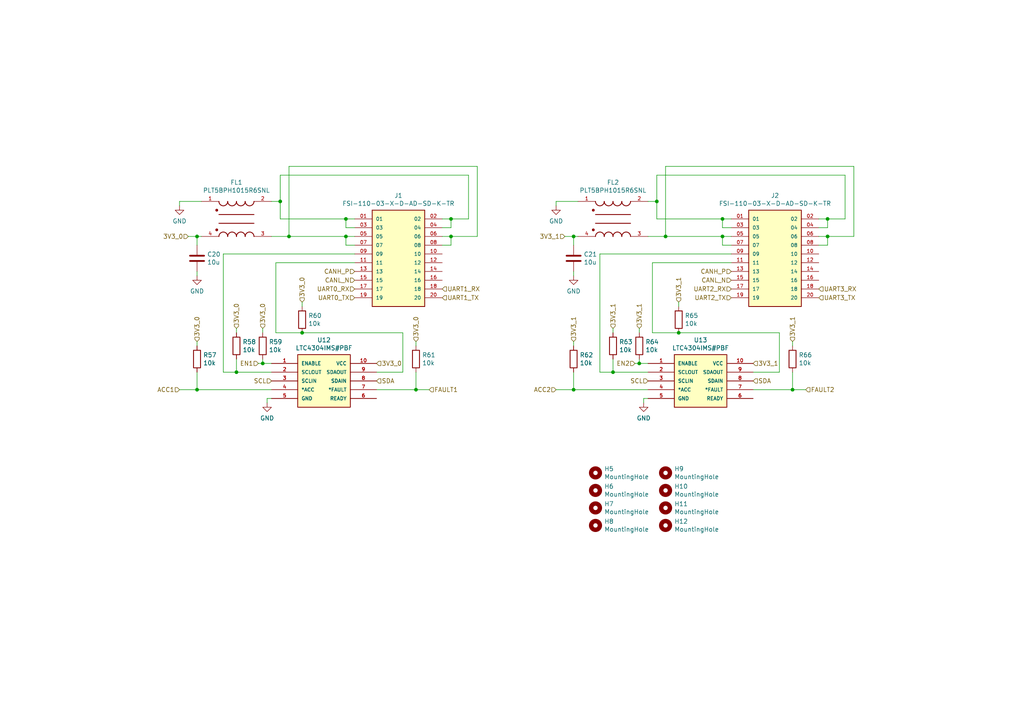
<source format=kicad_sch>
(kicad_sch (version 20211123) (generator eeschema)
  (paper "A4")
  (title_block (title "GOMSpace Module Mount") (date "2022-08-10") (rev "2.0"))
  (lib_symbols
    (symbol "Device:C" (pin_numbers hide) (pin_names (offset 0.254))
      (property "Reference" "C" (at 0.635 2.54 0))
      (property "Value" "C" (at 0.635 -2.54 0))
      (symbol "C_0_1"
        (polyline (pts (xy -2.032 -0.762) (xy 2.032 -0.762)) (stroke (width 0.508)))
        (polyline (pts (xy -2.032 0.762) (xy 2.032 0.762)) (stroke (width 0.508)))
      )
      (symbol "C_1_1"
        (pin passive line (at 0 3.81 270) (length 2.794) (name "~") (number "1"))
        (pin passive line (at 0 -3.81 90) (length 2.794) (name "~") (number "2"))
      )
    )
    (symbol "Device:R" (pin_numbers hide) (pin_names (offset 0))
      (property "Reference" "R" (at 2.032 0 90))
      (property "Value" "R" (at 0 0 90))
      (symbol "R_0_1"
        (rectangle (start -1.016 -2.54) (end 1.016 2.54) (stroke (width 0.254)))
      )
      (symbol "R_1_1"
        (pin passive line (at 0 3.81 270) (length 1.27) (name "~") (number "1"))
        (pin passive line (at 0 -3.81 90) (length 1.27) (name "~") (number "2"))
      )
    )
    (symbol "Mechanical:MountingHole" (pin_names (offset 1.016))
      (property "Reference" "H" (at 0 5.08 0))
      (property "Value" "MountingHole" (at 0 3.175 0))
      (symbol "MountingHole_0_1"
        (circle (center 0 0) (radius 1.27) (stroke (width 1.27)))
      )
    )
    (symbol "cubesat_obc_lib:FSI-110-03-X-D-AD-SD-K-TR" (pin_names (offset 1.016))
      (property "Reference" "J" (at -7.62 16.51 0))
      (property "Value" "FSI-110-03-X-D-AD-SD-K-TR" (at -7.62 -15.24 0))
      (symbol "FSI-110-03-X-D-AD-SD-K-TR_0_0"
        (pin passive line (at -12.7 12.7 0) (length 5.08) (name "01") (number "01"))
        (pin passive line (at 12.7 12.7 180) (length 5.08) (name "02") (number "02"))
        (pin passive line (at -12.7 10.16 0) (length 5.08) (name "03") (number "03"))
        (pin passive line (at 12.7 10.16 180) (length 5.08) (name "04") (number "04"))
        (pin passive line (at -12.7 7.62 0) (length 5.08) (name "05") (number "05"))
        (pin passive line (at 12.7 7.62 180) (length 5.08) (name "06") (number "06"))
        (pin passive line (at -12.7 5.08 0) (length 5.08) (name "07") (number "07"))
        (pin passive line (at 12.7 5.08 180) (length 5.08) (name "08") (number "08"))
        (pin passive line (at -12.7 2.54 0) (length 5.08) (name "09") (number "09"))
        (pin passive line (at 12.7 2.54 180) (length 5.08) (name "10") (number "10"))
        (pin passive line (at -12.7 0 0) (length 5.08) (name "11") (number "11"))
        (pin passive line (at 12.7 0 180) (length 5.08) (name "12") (number "12"))
        (pin passive line (at -12.7 -2.54 0) (length 5.08) (name "13") (number "13"))
        (pin passive line (at 12.7 -2.54 180) (length 5.08) (name "14") (number "14"))
        (pin passive line (at -12.7 -5.08 0) (length 5.08) (name "15") (number "15"))
        (pin passive line (at 12.7 -5.08 180) (length 5.08) (name "16") (number "16"))
        (pin passive line (at -12.7 -7.62 0) (length 5.08) (name "17") (number "17"))
        (pin passive line (at 12.7 -7.62 180) (length 5.08) (name "18") (number "18"))
        (pin passive line (at -12.7 -10.16 0) (length 5.08) (name "19") (number "19"))
        (pin passive line (at 12.7 -10.16 180) (length 5.08) (name "20") (number "20"))
      )
      (symbol "FSI-110-03-X-D-AD-SD-K-TR_1_1"
        (rectangle (start -7.62 15.24) (end 7.62 -12.7) (stroke (width 0.254)) (fill (type background)))
      )
    )
    (symbol "cubesat_obc_lib:LTC4304CMSTRPBF" (pin_names (offset 1.016))
      (property "Reference" "U" (at 30.861 9.1186 0))
      (property "Value" "LTC4304CMSTRPBF" (at 30.2006 6.5786 0))
      (symbol "LTC4304CMSTRPBF_0_0"
        (pin passive line (at 24.13 1.27 0) (length 7.62) (name "ENABLE") (number "1"))
        (pin power_in line (at 54.61 1.27 180) (length 7.62) (name "VCC") (number "10"))
        (pin output line (at 24.13 -1.27 0) (length 7.62) (name "SCLOUT") (number "2"))
        (pin input line (at 24.13 -3.81 0) (length 7.62) (name "SCLIN") (number "3"))
        (pin passive line (at 24.13 -6.35 0) (length 7.62) (name "*ACC") (number "4"))
        (pin power_in line (at 24.13 -8.89 0) (length 7.62) (name "GND") (number "5"))
        (pin passive line (at 54.61 -8.89 180) (length 7.62) (name "READY") (number "6"))
        (pin passive line (at 54.61 -6.35 180) (length 7.62) (name "*FAULT") (number "7"))
        (pin input line (at 54.61 -3.81 180) (length 7.62) (name "SDAIN") (number "8"))
        (pin output line (at 54.61 -1.27 180) (length 7.62) (name "SDAOUT") (number "9"))
      )
      (symbol "LTC4304CMSTRPBF_1_1"
        (rectangle (start 31.75 3.81) (end 46.99 -11.43) (stroke (width 0.254)) (fill (type background)))
      )
    )
    (symbol "cubesat_obc_lib:PLT5BPH1015R6SNL" (pin_names (offset 1.016) hide)
      (property "Reference" "FL" (at -5.08 6.35 0))
      (property "Value" "PLT5BPH1015R6SNL" (at -5.08 -6.35 0))
      (symbol "PLT5BPH1015R6SNL_0_0"
        (circle (center -5.715 -3.175) (radius 0.2032) (stroke (width 0.4064)))
        (circle (center -5.715 2.54) (radius 0.2032) (stroke (width 0.4064)))
        (arc (start -5.08 5.08) (mid -3.81 3.81) (end -2.54 5.08) (stroke (width 0.254)))
        (arc (start -2.54 -5.08) (mid -3.81 -3.81) (end -5.08 -5.08) (stroke (width 0.254)))
        (arc (start -2.54 5.08) (mid -1.27 3.81) (end 0 5.08) (stroke (width 0.254)))
        (arc (start 0 -5.08) (mid -1.27 -3.81) (end -2.54 -5.08) (stroke (width 0.254)))
        (polyline (pts (xy -5.08 -1.27) (xy 5.08 -1.27)) (stroke (width 0.254)))
        (polyline (pts (xy 5.08 1.27) (xy -5.08 1.27)) (stroke (width 0.254)))
        (arc (start 0 5.08) (mid 1.27 3.81) (end 2.54 5.08) (stroke (width 0.254)))
        (arc (start 2.54 -5.08) (mid 1.27 -3.81) (end 0 -5.08) (stroke (width 0.254)))
        (arc (start 2.54 5.08) (mid 3.81 3.81) (end 5.08 5.08) (stroke (width 0.254)))
        (arc (start 5.08 -5.08) (mid 3.81 -3.81) (end 2.54 -5.08) (stroke (width 0.254)))
        (pin passive line (at -10.16 5.08 0) (length 5.08) (name "~") (number "1"))
        (pin passive line (at 10.16 5.08 180) (length 5.08) (name "~") (number "2"))
        (pin passive line (at 10.16 -5.08 180) (length 5.08) (name "~") (number "3"))
        (pin passive line (at -10.16 -5.08 0) (length 5.08) (name "~") (number "4"))
      )
    )
    (symbol "power:GND" (power) (pin_names (offset 0))
      (property "Value" "GND" (at 0 -3.81 0))
      (symbol "GND_0_1"
        (polyline (pts (xy 0 0) (xy 0 -1.27) (xy 1.27 -1.27) (xy 0 -2.54) (xy -1.27 -1.27) (xy 0 -1.27)))
      )
      (symbol "GND_1_1"
        (pin power_in line (at 0 0 270) (length 0) hide (name "GND") (number "1"))
      )
    )
  )
  (junction (at 83.82 68.58))
  (junction (at 81.28 58.42))
  (junction (at 57.15 113.03))
  (junction (at 87.63 96.52))
  (junction (at 240.03 63.5))
  (junction (at 166.37 68.58))
  (junction (at 196.85 96.52))
  (junction (at 57.15 68.58))
  (junction (at 100.33 63.5))
  (junction (at 209.55 63.5))
  (junction (at 190.5 58.42))
  (junction (at 120.65 113.03))
  (junction (at 177.8 107.95))
  (junction (at 240.03 68.58))
  (junction (at 100.33 68.58))
  (junction (at 229.87 113.03))
  (junction (at 209.55 68.58))
  (junction (at 130.81 68.58))
  (junction (at 185.42 105.41))
  (junction (at 193.04 68.58))
  (junction (at 68.58 107.95))
  (junction (at 166.37 113.03))
  (junction (at 76.2 105.41))
  (junction (at 130.81 63.5))
  (wire (pts (xy 68.58 104.14) (xy 68.58 107.95)))
  (wire (pts (xy 173.99 107.95) (xy 177.8 107.95)))
  (wire (pts (xy 64.77 73.66) (xy 64.77 107.95)))
  (wire (pts (xy 185.42 105.41) (xy 187.96 105.41)))
  (wire (pts (xy 57.15 78.74) (xy 57.15 80.01)))
  (wire (pts (xy 120.65 99.06) (xy 120.65 100.33)))
  (wire (pts (xy 54.61 68.58) (xy 57.15 68.58)))
  (wire (pts (xy 185.42 104.14) (xy 185.42 105.41)))
  (wire (pts (xy 77.47 116.84) (xy 77.47 115.57)))
  (wire (pts (xy 135.89 50.8) (xy 135.89 63.5)))
  (wire (pts (xy 68.58 95.25) (xy 68.58 96.52)))
  (wire (pts (xy 83.82 48.26) (xy 138.43 48.26)))
  (wire (pts (xy 177.8 95.25) (xy 177.8 96.52)))
  (wire (pts (xy 185.42 95.25) (xy 185.42 96.52)))
  (wire (pts (xy 240.03 63.5) (xy 240.03 66.04)))
  (wire (pts (xy 189.23 96.52) (xy 196.85 96.52)))
  (wire (pts (xy 189.23 76.2) (xy 212.09 76.2)))
  (wire (pts (xy 76.2 95.25) (xy 76.2 96.52)))
  (wire (pts (xy 187.96 58.42) (xy 190.5 58.42)))
  (wire (pts (xy 166.37 113.03) (xy 187.96 113.03)))
  (wire (pts (xy 135.89 63.5) (xy 130.81 63.5)))
  (wire (pts (xy 57.15 99.06) (xy 57.15 100.33)))
  (wire (pts (xy 240.03 71.12) (xy 237.49 71.12)))
  (wire (pts (xy 130.81 71.12) (xy 128.27 71.12)))
  (wire (pts (xy 57.15 68.58) (xy 58.42 68.58)))
  (wire (pts (xy 226.06 107.95) (xy 218.44 107.95)))
  (wire (pts (xy 57.15 107.95) (xy 57.15 113.03)))
  (wire (pts (xy 166.37 99.06) (xy 166.37 100.33)))
  (wire (pts (xy 76.2 105.41) (xy 78.74 105.41)))
  (wire (pts (xy 173.99 73.66) (xy 173.99 107.95)))
  (wire (pts (xy 247.65 48.26) (xy 247.65 68.58)))
  (wire (pts (xy 190.5 58.42) (xy 190.5 50.8)))
  (wire (pts (xy 209.55 68.58) (xy 212.09 68.58)))
  (wire (pts (xy 100.33 63.5) (xy 100.33 66.04)))
  (wire (pts (xy 83.82 68.58) (xy 83.82 48.26)))
  (wire (pts (xy 247.65 68.58) (xy 240.03 68.58)))
  (wire (pts (xy 166.37 107.95) (xy 166.37 113.03)))
  (wire (pts (xy 52.07 58.42) (xy 58.42 58.42)))
  (wire (pts (xy 196.85 96.52) (xy 226.06 96.52)))
  (wire (pts (xy 52.07 59.69) (xy 52.07 58.42)))
  (wire (pts (xy 81.28 58.42) (xy 81.28 50.8)))
  (wire (pts (xy 209.55 71.12) (xy 212.09 71.12)))
  (wire (pts (xy 87.63 87.63) (xy 87.63 88.9)))
  (wire (pts (xy 163.83 68.58) (xy 166.37 68.58)))
  (wire (pts (xy 233.68 113.03) (xy 229.87 113.03)))
  (wire (pts (xy 130.81 63.5) (xy 128.27 63.5)))
  (wire (pts (xy 173.99 73.66) (xy 212.09 73.66)))
  (wire (pts (xy 229.87 107.95) (xy 229.87 113.03)))
  (wire (pts (xy 57.15 113.03) (xy 78.74 113.03)))
  (wire (pts (xy 190.5 50.8) (xy 245.11 50.8)))
  (wire (pts (xy 87.63 96.52) (xy 116.84 96.52)))
  (wire (pts (xy 120.65 107.95) (xy 120.65 113.03)))
  (wire (pts (xy 209.55 63.5) (xy 212.09 63.5)))
  (wire (pts (xy 81.28 50.8) (xy 135.89 50.8)))
  (wire (pts (xy 83.82 68.58) (xy 100.33 68.58)))
  (wire (pts (xy 240.03 68.58) (xy 237.49 68.58)))
  (wire (pts (xy 130.81 68.58) (xy 128.27 68.58)))
  (wire (pts (xy 81.28 63.5) (xy 100.33 63.5)))
  (wire (pts (xy 229.87 99.06) (xy 229.87 100.33)))
  (wire (pts (xy 64.77 107.95) (xy 68.58 107.95)))
  (wire (pts (xy 130.81 63.5) (xy 130.81 66.04)))
  (wire (pts (xy 130.81 66.04) (xy 128.27 66.04)))
  (wire (pts (xy 196.85 87.63) (xy 196.85 88.9)))
  (wire (pts (xy 80.01 76.2) (xy 80.01 96.52)))
  (wire (pts (xy 226.06 96.52) (xy 226.06 107.95)))
  (wire (pts (xy 100.33 63.5) (xy 102.87 63.5)))
  (wire (pts (xy 81.28 58.42) (xy 81.28 63.5)))
  (wire (pts (xy 189.23 76.2) (xy 189.23 96.52)))
  (wire (pts (xy 124.46 113.03) (xy 120.65 113.03)))
  (wire (pts (xy 240.03 66.04) (xy 237.49 66.04)))
  (wire (pts (xy 100.33 68.58) (xy 102.87 68.58)))
  (wire (pts (xy 187.96 68.58) (xy 193.04 68.58)))
  (wire (pts (xy 166.37 78.74) (xy 166.37 80.01)))
  (wire (pts (xy 57.15 68.58) (xy 57.15 71.12)))
  (wire (pts (xy 78.74 68.58) (xy 83.82 68.58)))
  (wire (pts (xy 74.93 105.41) (xy 76.2 105.41)))
  (wire (pts (xy 100.33 66.04) (xy 102.87 66.04)))
  (wire (pts (xy 184.15 105.41) (xy 185.42 105.41)))
  (wire (pts (xy 166.37 68.58) (xy 167.64 68.58)))
  (wire (pts (xy 190.5 58.42) (xy 190.5 63.5)))
  (wire (pts (xy 116.84 107.95) (xy 109.22 107.95)))
  (wire (pts (xy 116.84 96.52) (xy 116.84 107.95)))
  (wire (pts (xy 77.47 115.57) (xy 78.74 115.57)))
  (wire (pts (xy 68.58 107.95) (xy 78.74 107.95)))
  (wire (pts (xy 64.77 73.66) (xy 102.87 73.66)))
  (wire (pts (xy 186.69 116.84) (xy 186.69 115.57)))
  (wire (pts (xy 245.11 63.5) (xy 240.03 63.5)))
  (wire (pts (xy 138.43 68.58) (xy 130.81 68.58)))
  (wire (pts (xy 193.04 48.26) (xy 247.65 48.26)))
  (wire (pts (xy 240.03 63.5) (xy 237.49 63.5)))
  (wire (pts (xy 76.2 104.14) (xy 76.2 105.41)))
  (wire (pts (xy 193.04 68.58) (xy 193.04 48.26)))
  (wire (pts (xy 109.22 113.03) (xy 120.65 113.03)))
  (wire (pts (xy 130.81 68.58) (xy 130.81 71.12)))
  (wire (pts (xy 52.07 113.03) (xy 57.15 113.03)))
  (wire (pts (xy 177.8 107.95) (xy 187.96 107.95)))
  (wire (pts (xy 209.55 68.58) (xy 209.55 71.12)))
  (wire (pts (xy 80.01 76.2) (xy 102.87 76.2)))
  (wire (pts (xy 190.5 63.5) (xy 209.55 63.5)))
  (wire (pts (xy 78.74 58.42) (xy 81.28 58.42)))
  (wire (pts (xy 245.11 50.8) (xy 245.11 63.5)))
  (wire (pts (xy 100.33 71.12) (xy 102.87 71.12)))
  (wire (pts (xy 193.04 68.58) (xy 209.55 68.58)))
  (wire (pts (xy 209.55 66.04) (xy 212.09 66.04)))
  (wire (pts (xy 186.69 115.57) (xy 187.96 115.57)))
  (wire (pts (xy 161.29 59.69) (xy 161.29 58.42)))
  (wire (pts (xy 218.44 113.03) (xy 229.87 113.03)))
  (wire (pts (xy 177.8 104.14) (xy 177.8 107.95)))
  (wire (pts (xy 161.29 58.42) (xy 167.64 58.42)))
  (wire (pts (xy 166.37 68.58) (xy 166.37 71.12)))
  (wire (pts (xy 100.33 68.58) (xy 100.33 71.12)))
  (wire (pts (xy 161.29 113.03) (xy 166.37 113.03)))
  (wire (pts (xy 138.43 48.26) (xy 138.43 68.58)))
  (wire (pts (xy 240.03 68.58) (xy 240.03 71.12)))
  (wire (pts (xy 80.01 96.52) (xy 87.63 96.52)))
  (wire (pts (xy 209.55 63.5) (xy 209.55 66.04)))
  (hierarchical_label "3V3_1" (shape input) (at 166.37 99.06 90))
  (hierarchical_label "3V3_0" (shape input) (at 120.65 99.06 90))
  (hierarchical_label "FAULT2" (shape input) (at 233.68 113.03 0))
  (hierarchical_label "EN1" (shape input) (at 74.93 105.41 180))
  (hierarchical_label "3V3_1" (shape input) (at 229.87 99.06 90))
  (hierarchical_label "3V3_1" (shape input) (at 163.83 68.58 180))
  (hierarchical_label "UART1_TX" (shape input) (at 128.27 86.36 0))
  (hierarchical_label "UART2_RX" (shape input) (at 212.09 83.82 180))
  (hierarchical_label "3V3_0" (shape input) (at 87.63 87.63 90))
  (hierarchical_label "3V3_0" (shape input) (at 68.58 95.25 90))
  (hierarchical_label "3V3_1" (shape input) (at 196.85 87.63 90))
  (hierarchical_label "UART3_RX" (shape input) (at 237.49 83.82 0))
  (hierarchical_label "CANL_N" (shape input) (at 102.87 81.28 180))
  (hierarchical_label "3V3_0" (shape input) (at 76.2 95.25 90))
  (hierarchical_label "EN2" (shape input) (at 184.15 105.41 180))
  (hierarchical_label "ACC1" (shape input) (at 52.07 113.03 180))
  (hierarchical_label "CANH_P" (shape input) (at 212.09 78.74 180))
  (hierarchical_label "UART2_TX" (shape input) (at 212.09 86.36 180))
  (hierarchical_label "UART3_TX" (shape input) (at 237.49 86.36 0))
  (hierarchical_label "ACC2" (shape input) (at 161.29 113.03 180))
  (hierarchical_label "SDA" (shape input) (at 109.22 110.49 0))
  (hierarchical_label "UART1_RX" (shape input) (at 128.27 83.82 0))
  (hierarchical_label "CANL_N" (shape input) (at 212.09 81.28 180))
  (hierarchical_label "3V3_1" (shape input) (at 185.42 95.25 90))
  (hierarchical_label "3V3_0" (shape input) (at 54.61 68.58 180))
  (hierarchical_label "FAULT1" (shape input) (at 124.46 113.03 0))
  (hierarchical_label "3V3_0" (shape input) (at 57.15 99.06 90))
  (hierarchical_label "SCL" (shape input) (at 78.74 110.49 180))
  (hierarchical_label "3V3_0" (shape input) (at 109.22 105.41 0))
  (hierarchical_label "3V3_1" (shape input) (at 218.44 105.41 0))
  (hierarchical_label "UART0_RX" (shape input) (at 102.87 83.82 180))
  (hierarchical_label "UART0_TX" (shape input) (at 102.87 86.36 180))
  (hierarchical_label "SDA" (shape input) (at 218.44 110.49 0))
  (hierarchical_label "CANH_P" (shape input) (at 102.87 78.74 180))
  (hierarchical_label "3V3_1" (shape input) (at 177.8 95.25 90))
  (hierarchical_label "SCL" (shape input) (at 187.96 110.49 180))
  (symbol (lib_id "Mechanical:MountingHole") (at 172.72 147.32 0) (unit 1)
    (property "Reference" "H7" (at 175.26 146.1516 0) (effects (justify left)))
    (property "Value" "MountingHole" (at 175.26 148.463 0) (effects (justify left)))
    (property "Footprint" "Mounting_Wuerth:Mounting_Wuerth_WA-SMSI-M3_H3mm_9774030360" (effects hide))
    (property "Digikey Part Number" "732-5270-1-ND" (effects hide))
    (property "Field4" "732-5270-1-ND" (effects hide))
  )
  (symbol (lib_id "Mechanical:MountingHole") (at 172.72 152.4 0) (unit 1)
    (property "Reference" "H8" (at 175.26 151.2316 0) (effects (justify left)))
    (property "Value" "MountingHole" (at 175.26 153.543 0) (effects (justify left)))
    (property "Footprint" "Mounting_Wuerth:Mounting_Wuerth_WA-SMSI-M3_H3mm_9774030360" (effects hide))
    (property "Digikey Part Number" "732-5270-1-ND" (effects hide))
    (property "Field4" "732-5270-1-ND" (effects hide))
  )
  (symbol (lib_id "Mechanical:MountingHole") (at 172.72 142.24 0) (unit 1)
    (property "Reference" "H6" (at 175.26 141.0716 0) (effects (justify left)))
    (property "Value" "MountingHole" (at 175.26 143.383 0) (effects (justify left)))
    (property "Footprint" "Mounting_Wuerth:Mounting_Wuerth_WA-SMSI-M3_H3mm_9774030360" (effects hide))
    (property "Digikey Part Number" "732-5270-1-ND" (effects hide))
    (property "Field4" "732-5270-1-ND" (effects hide))
  )
  (symbol (lib_id "Mechanical:MountingHole") (at 172.72 137.16 0) (unit 1)
    (property "Reference" "H5" (at 175.26 135.9916 0) (effects (justify left)))
    (property "Value" "MountingHole" (at 175.26 138.303 0) (effects (justify left)))
    (property "Footprint" "Mounting_Wuerth:Mounting_Wuerth_WA-SMSI-M3_H3mm_9774030360" (effects hide))
    (property "Digikey Part Number" "732-5270-1-ND" (effects hide))
    (property "Field4" "732-5270-1-ND" (effects hide))
  )
  (symbol (lib_id "Mechanical:MountingHole") (at 193.04 147.32 0) (unit 1)
    (property "Reference" "H11" (at 195.58 146.1516 0) (effects (justify left)))
    (property "Value" "MountingHole" (at 195.58 148.463 0) (effects (justify left)))
    (property "Footprint" "Mounting_Wuerth:Mounting_Wuerth_WA-SMSI-M3_H3mm_9774030360" (effects hide))
    (property "Digikey Part Number" "732-5270-1-ND" (effects hide))
    (property "Field4" "732-5270-1-ND" (effects hide))
  )
  (symbol (lib_id "Mechanical:MountingHole") (at 193.04 152.4 0) (unit 1)
    (property "Reference" "H12" (at 195.58 151.2316 0) (effects (justify left)))
    (property "Value" "MountingHole" (at 195.58 153.543 0) (effects (justify left)))
    (property "Footprint" "Mounting_Wuerth:Mounting_Wuerth_WA-SMSI-M3_H3mm_9774030360" (effects hide))
    (property "Digikey Part Number" "732-5270-1-ND" (effects hide))
    (property "Field4" "732-5270-1-ND" (effects hide))
  )
  (symbol (lib_id "Mechanical:MountingHole") (at 193.04 142.24 0) (unit 1)
    (property "Reference" "H10" (at 195.58 141.0716 0) (effects (justify left)))
    (property "Value" "MountingHole" (at 195.58 143.383 0) (effects (justify left)))
    (property "Footprint" "Mounting_Wuerth:Mounting_Wuerth_WA-SMSI-M3_H3mm_9774030360" (effects hide))
    (property "Digikey Part Number" "732-5270-1-ND" (effects hide))
    (property "Field4" "732-5270-1-ND" (effects hide))
  )
  (symbol (lib_id "Mechanical:MountingHole") (at 193.04 137.16 0) (unit 1)
    (property "Reference" "H9" (at 195.58 135.9916 0) (effects (justify left)))
    (property "Value" "MountingHole" (at 195.58 138.303 0) (effects (justify left)))
    (property "Footprint" "Mounting_Wuerth:Mounting_Wuerth_WA-SMSI-M3_H3mm_9774030360" (effects hide))
    (property "Digikey Part Number" "732-5270-1-ND" (effects hide))
    (property "Field4" "732-5270-1-ND" (effects hide))
  )
  (symbol (lib_id "cubesat_obc_lib:FSI-110-03-X-D-AD-SD-K-TR") (at 115.57 76.2 0) (unit 1)
    (property "Reference" "J1" (at 115.57 56.7182 0))
    (property "Value" "FSI-110-03-X-D-AD-SD-K-TR" (at 115.57 59.0296 0))
    (property "Footprint" "cubesat_obc:SAMTEC_FSI-110-10-X-D-AD-TR" (effects hide))
    (property "Datasheet" "4.4mm" (effects hide))
    (property "Field4" "Manufacturer Recommendations" (effects hide))
    (property "Field5" "Samtec" (effects hide))
    (property "Field6" "P" (effects hide))
    (property "Digikey Part Number" "SAM9412-ND" (effects hide))
  )
  (symbol (lib_id "Device:C") (at 57.15 74.93 0) (unit 1)
    (property "Reference" "C20" (at 60.071 73.7616 0) (effects (justify left)))
    (property "Value" "10u" (at 60.071 76.073 0) (effects (justify left)))
    (property "Footprint" "Capacitor_SMD:C_1206_3216Metric" (effects hide))
    (property "Digikey Part Number" "399-7012-1-ND" (effects hide))
  )
  (symbol (lib_id "cubesat_obc_lib:PLT5BPH1015R6SNL") (at 68.58 63.5 0) (unit 1)
    (property "Reference" "FL1" (at 68.58 52.9082 0))
    (property "Value" "PLT5BPH1015R6SNL" (at 68.58 55.2196 0))
    (property "Footprint" "cubesat_obc:FIL_PLT5BPH1015R6SNL" (effects hide))
    (property "Datasheet" "None" (effects hide))
    (property "Field4" "PLT5BPH3013R7SNL" (effects hide))
    (property "Field5" "Unavailable" (effects hide))
    (property "Field6" "Common Mode Chokes Dual 300Ohm 10MHz 3.7A 11mOhm DCR SMD Automotive T/R" (effects hide))
    (property "Field7" "Vertical-4 Murata" (effects hide))
    (property "Field8" "Murata" (effects hide))
    (property "Digikey Part Number" "490-10976-1-ND" (effects hide))
  )
  (symbol (lib_id "cubesat_obc_lib:LTC4304CMSTRPBF") (at 54.61 106.68 0) (unit 1)
    (property "Reference" "U12" (at 93.98 98.6282 0))
    (property "Value" "LTC4304IMS#PBF" (at 93.98 100.9396 0))
    (property "Footprint" "Package_SO:MSOP-10_3x3mm_P0.5mm" (effects hide))
    (property "Datasheet" "ltc4304cms#trpbf" (effects hide))
    (property "Field4" "Linear Technology" (effects hide))
    (property "Digikey Part Number" "LTC4304IMS#PBF-ND" (effects hide))
  )
  (symbol (lib_id "Device:R") (at 76.2 100.33 0) (unit 1)
    (property "Reference" "R59" (at 77.978 99.1616 0) (effects (justify left)))
    (property "Value" "10k" (at 77.978 101.473 0) (effects (justify left)))
    (property "Footprint" "Resistor_SMD:R_0402_1005Metric" (effects hide))
    (property "Digikey Part Number" "YAG3436CT-ND" (effects hide))
  )
  (symbol (lib_id "Device:R") (at 57.15 104.14 0) (unit 1)
    (property "Reference" "R57" (at 58.928 102.9716 0) (effects (justify left)))
    (property "Value" "10k" (at 58.928 105.283 0) (effects (justify left)))
    (property "Footprint" "Resistor_SMD:R_0402_1005Metric" (effects hide))
    (property "Digikey Part Number" "YAG3436CT-ND" (effects hide))
  )
  (symbol (lib_id "Device:R") (at 120.65 104.14 0) (unit 1)
    (property "Reference" "R61" (at 122.428 102.9716 0) (effects (justify left)))
    (property "Value" "10k" (at 122.428 105.283 0) (effects (justify left)))
    (property "Footprint" "Resistor_SMD:R_0402_1005Metric" (effects hide))
    (property "Digikey Part Number" "YAG3436CT-ND" (effects hide))
  )
  (symbol (lib_id "Device:R") (at 87.63 92.71 0) (unit 1)
    (property "Reference" "R60" (at 89.408 91.5416 0) (effects (justify left)))
    (property "Value" "10k" (at 89.408 93.853 0) (effects (justify left)))
    (property "Footprint" "Resistor_SMD:R_0402_1005Metric" (effects hide))
    (property "Digikey Part Number" "YAG3436CT-ND" (effects hide))
  )
  (symbol (lib_id "Device:R") (at 68.58 100.33 0) (unit 1)
    (property "Reference" "R58" (at 70.358 99.1616 0) (effects (justify left)))
    (property "Value" "10k" (at 70.358 101.473 0) (effects (justify left)))
    (property "Footprint" "Resistor_SMD:R_0402_1005Metric" (effects hide))
    (property "Digikey Part Number" "YAG3436CT-ND" (effects hide))
  )
  (symbol (lib_id "cubesat_obc_lib:FSI-110-03-X-D-AD-SD-K-TR") (at 224.79 76.2 0) (unit 1)
    (property "Reference" "J2" (at 224.79 56.7182 0))
    (property "Value" "FSI-110-03-X-D-AD-SD-K-TR" (at 224.79 59.0296 0))
    (property "Footprint" "cubesat_obc:SAMTEC_FSI-110-10-X-D-AD-TR" (effects hide))
    (property "Datasheet" "4.4mm" (effects hide))
    (property "Field4" "Manufacturer Recommendations" (effects hide))
    (property "Field5" "Samtec" (effects hide))
    (property "Field6" "P" (effects hide))
    (property "Digikey Part Number" "SAM9412-ND" (effects hide))
  )
  (symbol (lib_id "Device:C") (at 166.37 74.93 0) (unit 1)
    (property "Reference" "C21" (at 169.291 73.7616 0) (effects (justify left)))
    (property "Value" "10u" (at 169.291 76.073 0) (effects (justify left)))
    (property "Footprint" "Capacitor_SMD:C_1206_3216Metric" (effects hide))
    (property "Digikey Part Number" "399-7012-1-ND" (effects hide))
  )
  (symbol (lib_id "cubesat_obc_lib:PLT5BPH1015R6SNL") (at 177.8 63.5 0) (unit 1)
    (property "Reference" "FL2" (at 177.8 52.9082 0))
    (property "Value" "PLT5BPH1015R6SNL" (at 177.8 55.2196 0))
    (property "Footprint" "cubesat_obc:FIL_PLT5BPH1015R6SNL" (effects hide))
    (property "Datasheet" "None" (effects hide))
    (property "Field4" "PLT5BPH3013R7SNL" (effects hide))
    (property "Field5" "Unavailable" (effects hide))
    (property "Field6" "Common Mode Chokes Dual 300Ohm 10MHz 3.7A 11mOhm DCR SMD Automotive T/R" (effects hide))
    (property "Field7" "Vertical-4 Murata" (effects hide))
    (property "Field8" "Murata" (effects hide))
    (property "Digikey Part Number" "490-10976-1-ND" (effects hide))
  )
  (symbol (lib_id "cubesat_obc_lib:LTC4304CMSTRPBF") (at 163.83 106.68 0) (unit 1)
    (property "Reference" "U13" (at 203.2 98.6282 0))
    (property "Value" "LTC4304IMS#PBF" (at 203.2 100.9396 0))
    (property "Footprint" "Package_SO:MSOP-10_3x3mm_P0.5mm" (effects hide))
    (property "Datasheet" "ltc4304cms#trpbf" (effects hide))
    (property "Field4" "Linear Technology" (effects hide))
    (property "Digikey Part Number" "LTC4304IMS#PBF-ND" (effects hide))
  )
  (symbol (lib_id "Device:R") (at 185.42 100.33 0) (unit 1)
    (property "Reference" "R64" (at 187.198 99.1616 0) (effects (justify left)))
    (property "Value" "10k" (at 187.198 101.473 0) (effects (justify left)))
    (property "Footprint" "Resistor_SMD:R_0402_1005Metric" (effects hide))
    (property "Digikey Part Number" "YAG3436CT-ND" (effects hide))
  )
  (symbol (lib_id "Device:R") (at 166.37 104.14 0) (unit 1)
    (property "Reference" "R62" (at 168.148 102.9716 0) (effects (justify left)))
    (property "Value" "10k" (at 168.148 105.283 0) (effects (justify left)))
    (property "Footprint" "Resistor_SMD:R_0402_1005Metric" (effects hide))
    (property "Digikey Part Number" "YAG3436CT-ND" (effects hide))
  )
  (symbol (lib_id "Device:R") (at 229.87 104.14 0) (unit 1)
    (property "Reference" "R66" (at 231.648 102.9716 0) (effects (justify left)))
    (property "Value" "10k" (at 231.648 105.283 0) (effects (justify left)))
    (property "Footprint" "Resistor_SMD:R_0402_1005Metric" (effects hide))
    (property "Digikey Part Number" "YAG3436CT-ND" (effects hide))
  )
  (symbol (lib_id "Device:R") (at 196.85 92.71 0) (unit 1)
    (property "Reference" "R65" (at 198.628 91.5416 0) (effects (justify left)))
    (property "Value" "10k" (at 198.628 93.853 0) (effects (justify left)))
    (property "Footprint" "Resistor_SMD:R_0402_1005Metric" (effects hide))
    (property "Digikey Part Number" "YAG3436CT-ND" (effects hide))
  )
  (symbol (lib_id "Device:R") (at 177.8 100.33 0) (unit 1)
    (property "Reference" "R63" (at 179.578 99.1616 0) (effects (justify left)))
    (property "Value" "10k" (at 179.578 101.473 0) (effects (justify left)))
    (property "Footprint" "Resistor_SMD:R_0402_1005Metric" (effects hide))
    (property "Digikey Part Number" "YAG3436CT-ND" (effects hide))
  )
  (symbol (lib_id "power:GND") (at 166.37 80.01 0) (unit 1)
    (property "Reference" "#PWR039" (effects hide))
    (property "Value" "GND" (at 166.37 84.4534 0))
  )
  (symbol (lib_id "power:GND") (at 57.15 80.01 0) (unit 1)
    (property "Reference" "#PWR036" (effects hide))
    (property "Value" "GND" (at 57.15 84.4534 0))
  )
  (symbol (lib_id "power:GND") (at 77.47 116.84 0) (unit 1)
    (property "Reference" "#PWR037" (effects hide))
    (property "Value" "GND" (at 77.47 121.2834 0))
  )
  (symbol (lib_id "power:GND") (at 52.07 59.69 0) (unit 1)
    (property "Reference" "#PWR035" (effects hide))
    (property "Value" "GND" (at 52.07 64.1334 0))
  )
  (symbol (lib_id "power:GND") (at 186.69 116.84 0) (unit 1)
    (property "Reference" "#PWR040" (effects hide))
    (property "Value" "GND" (at 186.69 121.2834 0))
  )
  (symbol (lib_id "power:GND") (at 161.29 59.69 0) (unit 1)
    (property "Reference" "#PWR038" (effects hide))
    (property "Value" "GND" (at 161.29 64.1334 0))
  )
)
</source>
